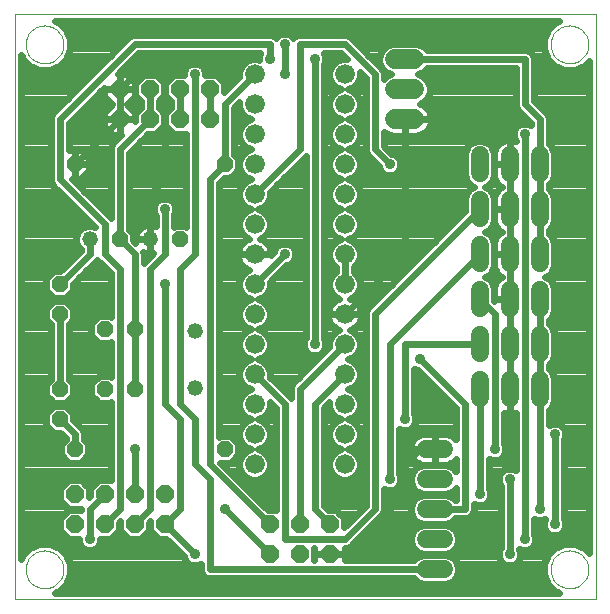
<source format=gtl>
G75*
%MOIN*%
%OFA0B0*%
%FSLAX24Y24*%
%IPPOS*%
%LPD*%
%AMOC8*
5,1,8,0,0,1.08239X$1,22.5*
%
%ADD10C,0.0000*%
%ADD11C,0.0660*%
%ADD12C,0.0520*%
%ADD13OC8,0.0520*%
%ADD14OC8,0.0600*%
%ADD15C,0.0600*%
%ADD16C,0.0660*%
%ADD17C,0.0240*%
%ADD18C,0.0360*%
D10*
X000220Y002000D02*
X000220Y021496D01*
X019590Y021496D01*
X019590Y002000D01*
X000220Y002000D01*
X000590Y003000D02*
X000592Y003050D01*
X000598Y003100D01*
X000608Y003149D01*
X000622Y003197D01*
X000639Y003244D01*
X000660Y003289D01*
X000685Y003333D01*
X000713Y003374D01*
X000745Y003413D01*
X000779Y003450D01*
X000816Y003484D01*
X000856Y003514D01*
X000898Y003541D01*
X000942Y003565D01*
X000988Y003586D01*
X001035Y003602D01*
X001083Y003615D01*
X001133Y003624D01*
X001182Y003629D01*
X001233Y003630D01*
X001283Y003627D01*
X001332Y003620D01*
X001381Y003609D01*
X001429Y003594D01*
X001475Y003576D01*
X001520Y003554D01*
X001563Y003528D01*
X001604Y003499D01*
X001643Y003467D01*
X001679Y003432D01*
X001711Y003394D01*
X001741Y003354D01*
X001768Y003311D01*
X001791Y003267D01*
X001810Y003221D01*
X001826Y003173D01*
X001838Y003124D01*
X001846Y003075D01*
X001850Y003025D01*
X001850Y002975D01*
X001846Y002925D01*
X001838Y002876D01*
X001826Y002827D01*
X001810Y002779D01*
X001791Y002733D01*
X001768Y002689D01*
X001741Y002646D01*
X001711Y002606D01*
X001679Y002568D01*
X001643Y002533D01*
X001604Y002501D01*
X001563Y002472D01*
X001520Y002446D01*
X001475Y002424D01*
X001429Y002406D01*
X001381Y002391D01*
X001332Y002380D01*
X001283Y002373D01*
X001233Y002370D01*
X001182Y002371D01*
X001133Y002376D01*
X001083Y002385D01*
X001035Y002398D01*
X000988Y002414D01*
X000942Y002435D01*
X000898Y002459D01*
X000856Y002486D01*
X000816Y002516D01*
X000779Y002550D01*
X000745Y002587D01*
X000713Y002626D01*
X000685Y002667D01*
X000660Y002711D01*
X000639Y002756D01*
X000622Y002803D01*
X000608Y002851D01*
X000598Y002900D01*
X000592Y002950D01*
X000590Y003000D01*
X000590Y020500D02*
X000592Y020550D01*
X000598Y020600D01*
X000608Y020649D01*
X000622Y020697D01*
X000639Y020744D01*
X000660Y020789D01*
X000685Y020833D01*
X000713Y020874D01*
X000745Y020913D01*
X000779Y020950D01*
X000816Y020984D01*
X000856Y021014D01*
X000898Y021041D01*
X000942Y021065D01*
X000988Y021086D01*
X001035Y021102D01*
X001083Y021115D01*
X001133Y021124D01*
X001182Y021129D01*
X001233Y021130D01*
X001283Y021127D01*
X001332Y021120D01*
X001381Y021109D01*
X001429Y021094D01*
X001475Y021076D01*
X001520Y021054D01*
X001563Y021028D01*
X001604Y020999D01*
X001643Y020967D01*
X001679Y020932D01*
X001711Y020894D01*
X001741Y020854D01*
X001768Y020811D01*
X001791Y020767D01*
X001810Y020721D01*
X001826Y020673D01*
X001838Y020624D01*
X001846Y020575D01*
X001850Y020525D01*
X001850Y020475D01*
X001846Y020425D01*
X001838Y020376D01*
X001826Y020327D01*
X001810Y020279D01*
X001791Y020233D01*
X001768Y020189D01*
X001741Y020146D01*
X001711Y020106D01*
X001679Y020068D01*
X001643Y020033D01*
X001604Y020001D01*
X001563Y019972D01*
X001520Y019946D01*
X001475Y019924D01*
X001429Y019906D01*
X001381Y019891D01*
X001332Y019880D01*
X001283Y019873D01*
X001233Y019870D01*
X001182Y019871D01*
X001133Y019876D01*
X001083Y019885D01*
X001035Y019898D01*
X000988Y019914D01*
X000942Y019935D01*
X000898Y019959D01*
X000856Y019986D01*
X000816Y020016D01*
X000779Y020050D01*
X000745Y020087D01*
X000713Y020126D01*
X000685Y020167D01*
X000660Y020211D01*
X000639Y020256D01*
X000622Y020303D01*
X000608Y020351D01*
X000598Y020400D01*
X000592Y020450D01*
X000590Y020500D01*
X018090Y020500D02*
X018092Y020550D01*
X018098Y020600D01*
X018108Y020649D01*
X018122Y020697D01*
X018139Y020744D01*
X018160Y020789D01*
X018185Y020833D01*
X018213Y020874D01*
X018245Y020913D01*
X018279Y020950D01*
X018316Y020984D01*
X018356Y021014D01*
X018398Y021041D01*
X018442Y021065D01*
X018488Y021086D01*
X018535Y021102D01*
X018583Y021115D01*
X018633Y021124D01*
X018682Y021129D01*
X018733Y021130D01*
X018783Y021127D01*
X018832Y021120D01*
X018881Y021109D01*
X018929Y021094D01*
X018975Y021076D01*
X019020Y021054D01*
X019063Y021028D01*
X019104Y020999D01*
X019143Y020967D01*
X019179Y020932D01*
X019211Y020894D01*
X019241Y020854D01*
X019268Y020811D01*
X019291Y020767D01*
X019310Y020721D01*
X019326Y020673D01*
X019338Y020624D01*
X019346Y020575D01*
X019350Y020525D01*
X019350Y020475D01*
X019346Y020425D01*
X019338Y020376D01*
X019326Y020327D01*
X019310Y020279D01*
X019291Y020233D01*
X019268Y020189D01*
X019241Y020146D01*
X019211Y020106D01*
X019179Y020068D01*
X019143Y020033D01*
X019104Y020001D01*
X019063Y019972D01*
X019020Y019946D01*
X018975Y019924D01*
X018929Y019906D01*
X018881Y019891D01*
X018832Y019880D01*
X018783Y019873D01*
X018733Y019870D01*
X018682Y019871D01*
X018633Y019876D01*
X018583Y019885D01*
X018535Y019898D01*
X018488Y019914D01*
X018442Y019935D01*
X018398Y019959D01*
X018356Y019986D01*
X018316Y020016D01*
X018279Y020050D01*
X018245Y020087D01*
X018213Y020126D01*
X018185Y020167D01*
X018160Y020211D01*
X018139Y020256D01*
X018122Y020303D01*
X018108Y020351D01*
X018098Y020400D01*
X018092Y020450D01*
X018090Y020500D01*
X018090Y003000D02*
X018092Y003050D01*
X018098Y003100D01*
X018108Y003149D01*
X018122Y003197D01*
X018139Y003244D01*
X018160Y003289D01*
X018185Y003333D01*
X018213Y003374D01*
X018245Y003413D01*
X018279Y003450D01*
X018316Y003484D01*
X018356Y003514D01*
X018398Y003541D01*
X018442Y003565D01*
X018488Y003586D01*
X018535Y003602D01*
X018583Y003615D01*
X018633Y003624D01*
X018682Y003629D01*
X018733Y003630D01*
X018783Y003627D01*
X018832Y003620D01*
X018881Y003609D01*
X018929Y003594D01*
X018975Y003576D01*
X019020Y003554D01*
X019063Y003528D01*
X019104Y003499D01*
X019143Y003467D01*
X019179Y003432D01*
X019211Y003394D01*
X019241Y003354D01*
X019268Y003311D01*
X019291Y003267D01*
X019310Y003221D01*
X019326Y003173D01*
X019338Y003124D01*
X019346Y003075D01*
X019350Y003025D01*
X019350Y002975D01*
X019346Y002925D01*
X019338Y002876D01*
X019326Y002827D01*
X019310Y002779D01*
X019291Y002733D01*
X019268Y002689D01*
X019241Y002646D01*
X019211Y002606D01*
X019179Y002568D01*
X019143Y002533D01*
X019104Y002501D01*
X019063Y002472D01*
X019020Y002446D01*
X018975Y002424D01*
X018929Y002406D01*
X018881Y002391D01*
X018832Y002380D01*
X018783Y002373D01*
X018733Y002370D01*
X018682Y002371D01*
X018633Y002376D01*
X018583Y002385D01*
X018535Y002398D01*
X018488Y002414D01*
X018442Y002435D01*
X018398Y002459D01*
X018356Y002486D01*
X018316Y002516D01*
X018279Y002550D01*
X018245Y002587D01*
X018213Y002626D01*
X018185Y002667D01*
X018160Y002711D01*
X018139Y002756D01*
X018122Y002803D01*
X018108Y002851D01*
X018098Y002900D01*
X018092Y002950D01*
X018090Y003000D01*
D11*
X011220Y006500D03*
X011220Y007500D03*
X011220Y008500D03*
X011220Y009500D03*
X011220Y010500D03*
X011220Y011500D03*
X011220Y012500D03*
X011220Y013500D03*
X011220Y014500D03*
X011220Y015500D03*
X011220Y016500D03*
X011220Y017500D03*
X011220Y018500D03*
X011220Y019500D03*
X008220Y019500D03*
X008220Y018500D03*
X008220Y017500D03*
X008220Y016500D03*
X008220Y015500D03*
X008220Y014500D03*
X008220Y013500D03*
X008220Y012500D03*
X008220Y011500D03*
X008220Y010500D03*
X008220Y009500D03*
X008220Y008500D03*
X008220Y007500D03*
X008220Y006500D03*
D12*
X006220Y009050D03*
X006220Y010950D03*
X004720Y014000D03*
X002720Y014000D03*
D13*
X003720Y014000D03*
X005720Y014000D03*
X007220Y016500D03*
X002220Y016500D03*
X001720Y012500D03*
X001720Y011500D03*
X003220Y011000D03*
X004220Y011000D03*
X004220Y009000D03*
X003220Y009000D03*
X001720Y009000D03*
X001720Y008000D03*
X002220Y007000D03*
X007220Y007000D03*
D14*
X005220Y005500D03*
X005220Y004500D03*
X004220Y004500D03*
X004220Y005500D03*
X003220Y005500D03*
X003220Y004500D03*
X002220Y004500D03*
X002220Y005500D03*
X008720Y004500D03*
X008720Y003500D03*
X009720Y003500D03*
X010720Y003500D03*
X010720Y004500D03*
X009720Y004500D03*
X006720Y018000D03*
X006720Y019000D03*
X005720Y019000D03*
X005720Y018000D03*
X004720Y018000D03*
X003720Y018000D03*
X003720Y019000D03*
X004720Y019000D03*
D15*
X015720Y016800D02*
X015720Y016200D01*
X015720Y015300D02*
X015720Y014700D01*
X015720Y013800D02*
X015720Y013200D01*
X015720Y012300D02*
X015720Y011700D01*
X015720Y010800D02*
X015720Y010200D01*
X015720Y009300D02*
X015720Y008700D01*
X016720Y008700D02*
X016720Y009300D01*
X016720Y010200D02*
X016720Y010800D01*
X016720Y011700D02*
X016720Y012300D01*
X016720Y013200D02*
X016720Y013800D01*
X016720Y014700D02*
X016720Y015300D01*
X016720Y016200D02*
X016720Y016800D01*
X017720Y016800D02*
X017720Y016200D01*
X017720Y015300D02*
X017720Y014700D01*
X017720Y013800D02*
X017720Y013200D01*
X017720Y012300D02*
X017720Y011700D01*
X017720Y010800D02*
X017720Y010200D01*
X017720Y009300D02*
X017720Y008700D01*
X014520Y007000D02*
X013920Y007000D01*
X013920Y006000D02*
X014520Y006000D01*
X014520Y005000D02*
X013920Y005000D01*
X013920Y004000D02*
X014520Y004000D01*
X014520Y003000D02*
X013920Y003000D01*
D16*
X013550Y018000D02*
X012890Y018000D01*
X012890Y019000D02*
X013550Y019000D01*
X013550Y020000D02*
X012890Y020000D01*
D17*
X013220Y020000D02*
X017220Y020000D01*
X017220Y018500D01*
X017720Y018000D01*
X017720Y016500D01*
X017720Y015000D01*
X017720Y013500D01*
X018200Y013448D02*
X019370Y013448D01*
X019370Y013210D02*
X018200Y013210D01*
X018200Y013105D02*
X018200Y013895D01*
X018127Y014072D01*
X018020Y014179D01*
X018020Y014321D01*
X018127Y014428D01*
X018200Y014605D01*
X018200Y015395D01*
X018127Y015572D01*
X018020Y015679D01*
X018020Y015821D01*
X018127Y015928D01*
X018200Y016105D01*
X018200Y016895D01*
X018127Y017072D01*
X018020Y017179D01*
X018020Y018060D01*
X017974Y018170D01*
X017890Y018254D01*
X017520Y018624D01*
X017520Y020060D01*
X017474Y020170D01*
X017390Y020254D01*
X017280Y020300D01*
X013971Y020300D01*
X013839Y020432D01*
X013651Y020510D01*
X012789Y020510D01*
X012601Y020432D01*
X012458Y020289D01*
X012380Y020101D01*
X012380Y019899D01*
X012458Y019711D01*
X012601Y019568D01*
X012764Y019500D01*
X012601Y019432D01*
X012520Y019351D01*
X012520Y019560D01*
X012474Y019670D01*
X011474Y020670D01*
X011390Y020754D01*
X011280Y020800D01*
X009660Y020800D01*
X009550Y020754D01*
X009512Y020717D01*
X009424Y020805D01*
X009292Y020860D01*
X009148Y020860D01*
X009016Y020805D01*
X008928Y020717D01*
X008890Y020754D01*
X008780Y020800D01*
X004160Y020800D01*
X004050Y020754D01*
X003966Y020670D01*
X001466Y018170D01*
X001420Y018060D01*
X001420Y015940D01*
X001466Y015830D01*
X001550Y015746D01*
X002890Y014406D01*
X002808Y014440D01*
X002632Y014440D01*
X002471Y014373D01*
X002347Y014249D01*
X002280Y014088D01*
X002280Y013912D01*
X002347Y013751D01*
X002420Y013678D01*
X002420Y013624D01*
X001736Y012940D01*
X001538Y012940D01*
X001280Y012682D01*
X001280Y012318D01*
X001538Y012060D01*
X001902Y012060D01*
X002160Y012318D01*
X002160Y012516D01*
X002890Y013246D01*
X002970Y013326D01*
X003050Y013246D01*
X003420Y012876D01*
X003420Y011422D01*
X003402Y011440D01*
X003038Y011440D01*
X002780Y011182D01*
X002780Y010818D01*
X003038Y010560D01*
X003402Y010560D01*
X003420Y010578D01*
X003420Y009422D01*
X003402Y009440D01*
X003038Y009440D01*
X002780Y009182D01*
X002780Y008818D01*
X003038Y008560D01*
X003402Y008560D01*
X003420Y008578D01*
X003420Y005979D01*
X003419Y005980D01*
X003021Y005980D01*
X002740Y005699D01*
X002740Y005444D01*
X002700Y005404D01*
X002700Y005699D01*
X002419Y005980D01*
X002021Y005980D01*
X001740Y005699D01*
X001740Y005301D01*
X002021Y005020D01*
X002419Y005020D01*
X002420Y005021D01*
X002420Y004979D01*
X002419Y004980D01*
X002021Y004980D01*
X001740Y004699D01*
X001740Y004301D01*
X002021Y004020D01*
X002360Y004020D01*
X002360Y003928D01*
X002415Y003796D01*
X002516Y003695D01*
X002648Y003640D01*
X002792Y003640D01*
X002924Y003695D01*
X003025Y003796D01*
X003080Y003928D01*
X003080Y004020D01*
X003419Y004020D01*
X003700Y004301D01*
X003700Y004556D01*
X003740Y004596D01*
X003740Y004301D01*
X004021Y004020D01*
X004419Y004020D01*
X004700Y004301D01*
X004700Y004556D01*
X004740Y004596D01*
X004740Y004301D01*
X005021Y004020D01*
X005276Y004020D01*
X005860Y003436D01*
X005860Y003428D01*
X005915Y003296D01*
X006016Y003195D01*
X006148Y003140D01*
X006292Y003140D01*
X006420Y003193D01*
X006420Y002940D01*
X006466Y002830D01*
X006550Y002746D01*
X006660Y002700D01*
X013541Y002700D01*
X013648Y002593D01*
X013825Y002520D01*
X014615Y002520D01*
X014792Y002593D01*
X014927Y002728D01*
X015000Y002905D01*
X015000Y003095D01*
X014927Y003272D01*
X014792Y003407D01*
X014615Y003480D01*
X013825Y003480D01*
X013648Y003407D01*
X013541Y003300D01*
X011240Y003300D01*
X011240Y003500D01*
X011240Y003700D01*
X011280Y003700D01*
X011390Y003746D01*
X012474Y004830D01*
X012520Y004940D01*
X012520Y005693D01*
X012648Y005640D01*
X012792Y005640D01*
X012924Y005695D01*
X013025Y005796D01*
X013080Y005928D01*
X013080Y006072D01*
X013025Y006204D01*
X013020Y006209D01*
X013020Y007693D01*
X013148Y007640D01*
X013292Y007640D01*
X013424Y007695D01*
X013525Y007796D01*
X013580Y007928D01*
X013580Y008072D01*
X013525Y008204D01*
X013520Y008209D01*
X013520Y009693D01*
X013648Y009640D01*
X013656Y009640D01*
X014920Y008376D01*
X014920Y007334D01*
X014917Y007339D01*
X014859Y007397D01*
X014793Y007445D01*
X014720Y007482D01*
X014642Y007507D01*
X014561Y007520D01*
X014220Y007520D01*
X014220Y007000D01*
X013720Y007000D01*
X013220Y006500D01*
X013220Y005500D01*
X012720Y005000D01*
X012720Y003500D01*
X010720Y003500D01*
X011240Y003500D01*
X010720Y003500D01*
X010720Y003500D01*
X010720Y003500D01*
X010200Y003500D01*
X010200Y003700D01*
X010199Y003700D01*
X010200Y003699D01*
X010200Y003301D01*
X010199Y003300D01*
X010200Y003300D01*
X010200Y003500D01*
X010720Y003500D01*
X010200Y003670D02*
X010200Y003670D01*
X009720Y004500D02*
X009720Y009000D01*
X011220Y010500D01*
X011044Y010979D02*
X010931Y010932D01*
X010788Y010789D01*
X010710Y010601D01*
X010710Y010414D01*
X009550Y009254D01*
X009466Y009170D01*
X009420Y009060D01*
X009420Y008724D01*
X008730Y009414D01*
X008730Y009601D01*
X008652Y009789D01*
X008509Y009932D01*
X008346Y010000D01*
X008509Y010068D01*
X008652Y010211D01*
X008730Y010399D01*
X008730Y010601D01*
X008652Y010789D01*
X008509Y010932D01*
X008346Y011000D01*
X008509Y011068D01*
X008652Y011211D01*
X008730Y011399D01*
X008730Y011601D01*
X008652Y011789D01*
X008509Y011932D01*
X008346Y012000D01*
X008509Y012068D01*
X008652Y012211D01*
X008730Y012399D01*
X008730Y012586D01*
X009284Y013140D01*
X009292Y013140D01*
X009424Y013195D01*
X009525Y013296D01*
X009580Y013428D01*
X009580Y013572D01*
X009525Y013704D01*
X009424Y013805D01*
X009292Y013860D01*
X009148Y013860D01*
X009016Y013805D01*
X008915Y013704D01*
X008860Y013572D01*
X008860Y013564D01*
X008770Y013474D01*
X008770Y013500D01*
X008770Y013543D01*
X008756Y013629D01*
X008730Y013711D01*
X008690Y013788D01*
X008640Y013858D01*
X008578Y013920D01*
X008508Y013970D01*
X008431Y014010D01*
X008396Y014021D01*
X008509Y014068D01*
X008652Y014211D01*
X008730Y014399D01*
X008730Y014601D01*
X008652Y014789D01*
X008509Y014932D01*
X008346Y015000D01*
X008509Y015068D01*
X008652Y015211D01*
X008730Y015399D01*
X008730Y015586D01*
X009920Y016776D01*
X009920Y010709D01*
X009915Y010704D01*
X009860Y010572D01*
X009860Y010428D01*
X009915Y010296D01*
X010016Y010195D01*
X010148Y010140D01*
X010292Y010140D01*
X010424Y010195D01*
X010525Y010296D01*
X010580Y010428D01*
X010580Y010572D01*
X010525Y010704D01*
X010520Y010709D01*
X010520Y019791D01*
X010525Y019796D01*
X010580Y019928D01*
X010580Y020072D01*
X010527Y020200D01*
X011096Y020200D01*
X011286Y020010D01*
X011119Y020010D01*
X010931Y019932D01*
X010788Y019789D01*
X010710Y019601D01*
X010710Y019399D01*
X010788Y019211D01*
X010931Y019068D01*
X011094Y019000D01*
X010931Y018932D01*
X010788Y018789D01*
X010710Y018601D01*
X010710Y018399D01*
X010788Y018211D01*
X010931Y018068D01*
X011094Y018000D01*
X010931Y017932D01*
X010788Y017789D01*
X010710Y017601D01*
X010710Y017399D01*
X010788Y017211D01*
X010931Y017068D01*
X011094Y017000D01*
X010931Y016932D01*
X010788Y016789D01*
X010710Y016601D01*
X010710Y016399D01*
X010788Y016211D01*
X010931Y016068D01*
X011094Y016000D01*
X010931Y015932D01*
X010788Y015789D01*
X010710Y015601D01*
X010710Y015399D01*
X010788Y015211D01*
X010931Y015068D01*
X011094Y015000D01*
X010931Y014932D01*
X010788Y014789D01*
X010710Y014601D01*
X010710Y014399D01*
X010788Y014211D01*
X010931Y014068D01*
X011094Y014000D01*
X010931Y013932D01*
X010788Y013789D01*
X010710Y013601D01*
X010710Y013399D01*
X010788Y013211D01*
X010920Y013079D01*
X010920Y012921D01*
X010788Y012789D01*
X010710Y012601D01*
X010710Y012399D01*
X010788Y012211D01*
X010931Y012068D01*
X011044Y012021D01*
X011009Y012010D01*
X010932Y011970D01*
X010862Y011920D01*
X010800Y011858D01*
X010750Y011788D01*
X010710Y011711D01*
X010684Y011629D01*
X010670Y011543D01*
X010670Y011500D01*
X011220Y011500D01*
X013220Y013500D01*
X013220Y018000D01*
X015220Y018000D01*
X015220Y018500D01*
X016720Y018500D01*
X016720Y016500D01*
X016720Y015000D01*
X016720Y013500D01*
X016720Y012000D01*
X016720Y010500D01*
X016720Y009000D01*
X016720Y007500D01*
X016520Y007486D02*
X016920Y007486D01*
X016920Y007724D02*
X016520Y007724D01*
X016520Y007963D02*
X016920Y007963D01*
X016920Y008201D02*
X016867Y008201D01*
X016842Y008193D02*
X016920Y008218D01*
X016920Y006307D01*
X016792Y006360D01*
X016648Y006360D01*
X016516Y006305D01*
X016415Y006204D01*
X016360Y006072D01*
X016360Y005928D01*
X016415Y005796D01*
X016420Y005791D01*
X016420Y003709D01*
X016415Y003704D01*
X016360Y003572D01*
X016360Y003428D01*
X016415Y003296D01*
X016516Y003195D01*
X016648Y003140D01*
X016792Y003140D01*
X016924Y003195D01*
X017025Y003296D01*
X017080Y003428D01*
X017080Y003572D01*
X017032Y003688D01*
X017148Y003640D01*
X017292Y003640D01*
X017424Y003695D01*
X017525Y003796D01*
X017580Y003928D01*
X017580Y004072D01*
X017525Y004204D01*
X017520Y004209D01*
X017520Y004693D01*
X017648Y004640D01*
X017792Y004640D01*
X017908Y004688D01*
X017860Y004572D01*
X017860Y004428D01*
X017915Y004296D01*
X018016Y004195D01*
X018148Y004140D01*
X018292Y004140D01*
X018424Y004195D01*
X018525Y004296D01*
X018580Y004428D01*
X018580Y004572D01*
X018525Y004704D01*
X018520Y004709D01*
X018520Y007291D01*
X018525Y007296D01*
X018580Y007428D01*
X018580Y007572D01*
X018525Y007704D01*
X018424Y007805D01*
X018292Y007860D01*
X018148Y007860D01*
X018020Y007807D01*
X018020Y008321D01*
X018127Y008428D01*
X018200Y008605D01*
X018200Y009395D01*
X018127Y009572D01*
X018020Y009679D01*
X018020Y009821D01*
X018127Y009928D01*
X018200Y010105D01*
X018200Y010895D01*
X018127Y011072D01*
X018020Y011179D01*
X018020Y011321D01*
X018127Y011428D01*
X018200Y011605D01*
X018200Y012395D01*
X018127Y012572D01*
X017992Y012707D01*
X017888Y012750D01*
X017992Y012793D01*
X018127Y012928D01*
X018200Y013105D01*
X018145Y012971D02*
X019370Y012971D01*
X019370Y012733D02*
X017930Y012733D01*
X018159Y012494D02*
X019370Y012494D01*
X019370Y012256D02*
X018200Y012256D01*
X018200Y012017D02*
X019370Y012017D01*
X019370Y011779D02*
X018200Y011779D01*
X018173Y011540D02*
X019370Y011540D01*
X019370Y011302D02*
X018020Y011302D01*
X018131Y011063D02*
X019370Y011063D01*
X019370Y010825D02*
X018200Y010825D01*
X018200Y010586D02*
X019370Y010586D01*
X019370Y010348D02*
X018200Y010348D01*
X018200Y010109D02*
X019370Y010109D01*
X019370Y009871D02*
X018069Y009871D01*
X018067Y009632D02*
X019370Y009632D01*
X019370Y009394D02*
X018200Y009394D01*
X018200Y009155D02*
X019370Y009155D01*
X019370Y008917D02*
X018200Y008917D01*
X018200Y008678D02*
X019370Y008678D01*
X019370Y008440D02*
X018132Y008440D01*
X018020Y008201D02*
X019370Y008201D01*
X019370Y007963D02*
X018020Y007963D01*
X018220Y007500D02*
X018220Y004500D01*
X018559Y004624D02*
X019370Y004624D01*
X019370Y004862D02*
X018520Y004862D01*
X018520Y005101D02*
X019370Y005101D01*
X019370Y005339D02*
X018520Y005339D01*
X018520Y005578D02*
X019370Y005578D01*
X019370Y005816D02*
X018520Y005816D01*
X018520Y006055D02*
X019370Y006055D01*
X019370Y006293D02*
X018520Y006293D01*
X018520Y006532D02*
X019370Y006532D01*
X019370Y006770D02*
X018520Y006770D01*
X018520Y007009D02*
X019370Y007009D01*
X019370Y007247D02*
X018520Y007247D01*
X018580Y007486D02*
X019370Y007486D01*
X019370Y007724D02*
X018505Y007724D01*
X017720Y009000D02*
X017720Y010500D01*
X017720Y012000D01*
X016720Y012000D02*
X016720Y012000D01*
X016720Y013500D01*
X016720Y013500D01*
X016720Y015000D01*
X016720Y015000D01*
X016720Y016500D01*
X016720Y016500D01*
X016720Y017320D01*
X016761Y017320D01*
X016842Y017307D01*
X016920Y017282D01*
X016920Y017282D01*
X016920Y017291D01*
X016915Y017296D01*
X016860Y017428D01*
X016860Y017572D01*
X016915Y017704D01*
X017016Y017805D01*
X017148Y017860D01*
X017292Y017860D01*
X017420Y017807D01*
X017420Y017876D01*
X016966Y018330D01*
X016920Y018440D01*
X016920Y019700D01*
X013971Y019700D01*
X013839Y019568D01*
X013676Y019500D01*
X013839Y019432D01*
X013982Y019289D01*
X014060Y019101D01*
X014060Y018899D01*
X013982Y018711D01*
X013839Y018568D01*
X013726Y018521D01*
X013761Y018510D01*
X013838Y018470D01*
X013908Y018420D01*
X013970Y018358D01*
X014020Y018288D01*
X014060Y018211D01*
X014086Y018129D01*
X014100Y018043D01*
X014100Y018000D01*
X013220Y018000D01*
X013220Y018000D01*
X014100Y018000D01*
X014100Y017957D01*
X014086Y017871D01*
X014060Y017789D01*
X014020Y017712D01*
X013970Y017642D01*
X013908Y017580D01*
X013838Y017530D01*
X013761Y017490D01*
X013679Y017464D01*
X013593Y017450D01*
X013220Y017450D01*
X013220Y018000D01*
X013220Y018000D01*
X013220Y017450D01*
X012847Y017450D01*
X012761Y017464D01*
X012679Y017490D01*
X012602Y017530D01*
X012532Y017580D01*
X012520Y017592D01*
X012520Y017124D01*
X012784Y016860D01*
X012792Y016860D01*
X012924Y016805D01*
X013025Y016704D01*
X013080Y016572D01*
X013080Y016428D01*
X013025Y016296D01*
X012924Y016195D01*
X012792Y016140D01*
X012648Y016140D01*
X012516Y016195D01*
X012415Y016296D01*
X012360Y016428D01*
X012360Y016436D01*
X012050Y016746D01*
X011966Y016830D01*
X011920Y016940D01*
X011920Y019376D01*
X011730Y019566D01*
X011730Y019399D01*
X011652Y019211D01*
X011509Y019068D01*
X011346Y019000D01*
X011509Y018932D01*
X011652Y018789D01*
X011730Y018601D01*
X011730Y018399D01*
X011652Y018211D01*
X011509Y018068D01*
X011346Y018000D01*
X011509Y017932D01*
X011652Y017789D01*
X011730Y017601D01*
X011730Y017399D01*
X011652Y017211D01*
X011509Y017068D01*
X011346Y017000D01*
X011509Y016932D01*
X011652Y016789D01*
X011730Y016601D01*
X011730Y016399D01*
X011652Y016211D01*
X011509Y016068D01*
X011346Y016000D01*
X011509Y015932D01*
X011652Y015789D01*
X011730Y015601D01*
X011730Y015399D01*
X011652Y015211D01*
X011509Y015068D01*
X011346Y015000D01*
X011509Y014932D01*
X011652Y014789D01*
X011730Y014601D01*
X011730Y014399D01*
X011652Y014211D01*
X011509Y014068D01*
X011346Y014000D01*
X011509Y013932D01*
X011652Y013789D01*
X011730Y013601D01*
X011730Y013399D01*
X011652Y013211D01*
X011520Y013079D01*
X011520Y012921D01*
X011652Y012789D01*
X011730Y012601D01*
X011730Y012399D01*
X011652Y012211D01*
X011509Y012068D01*
X011396Y012021D01*
X011431Y012010D01*
X011508Y011970D01*
X011578Y011920D01*
X011640Y011858D01*
X011690Y011788D01*
X011730Y011711D01*
X011756Y011629D01*
X011770Y011543D01*
X011770Y011500D01*
X011220Y011500D01*
X011220Y011500D01*
X011770Y011500D01*
X011770Y011457D01*
X011756Y011371D01*
X011730Y011289D01*
X011690Y011212D01*
X011640Y011142D01*
X011578Y011080D01*
X011508Y011030D01*
X011431Y010990D01*
X011396Y010979D01*
X011509Y010932D01*
X011652Y010789D01*
X011730Y010601D01*
X011730Y010399D01*
X011652Y010211D01*
X011509Y010068D01*
X011346Y010000D01*
X011509Y009932D01*
X011652Y009789D01*
X011730Y009601D01*
X011730Y009399D01*
X011652Y009211D01*
X011509Y009068D01*
X011346Y009000D01*
X011509Y008932D01*
X011652Y008789D01*
X011730Y008601D01*
X011730Y008399D01*
X011652Y008211D01*
X011509Y008068D01*
X011346Y008000D01*
X011509Y007932D01*
X011652Y007789D01*
X011730Y007601D01*
X011730Y007399D01*
X011652Y007211D01*
X011509Y007068D01*
X011346Y007000D01*
X011509Y006932D01*
X011652Y006789D01*
X011730Y006601D01*
X011730Y006399D01*
X011652Y006211D01*
X011509Y006068D01*
X011321Y005990D01*
X011119Y005990D01*
X010931Y006068D01*
X010788Y006211D01*
X010710Y006399D01*
X010710Y006601D01*
X010788Y006789D01*
X010931Y006932D01*
X011094Y007000D01*
X010931Y007068D01*
X010788Y007211D01*
X010710Y007399D01*
X010710Y007601D01*
X010788Y007789D01*
X010931Y007932D01*
X011094Y008000D01*
X010931Y008068D01*
X010788Y008211D01*
X010710Y008399D01*
X010710Y008566D01*
X010520Y008376D01*
X010520Y005124D01*
X010664Y004980D01*
X010919Y004980D01*
X011200Y004699D01*
X011200Y004404D01*
X011920Y005124D01*
X011920Y011560D01*
X011966Y011670D01*
X012050Y011754D01*
X015240Y014944D01*
X015240Y015395D01*
X015313Y015572D01*
X015448Y015707D01*
X015552Y015750D01*
X015448Y015793D01*
X015313Y015928D01*
X015240Y016105D01*
X015240Y016895D01*
X015313Y017072D01*
X015448Y017207D01*
X015625Y017280D01*
X015815Y017280D01*
X015992Y017207D01*
X016127Y017072D01*
X016200Y016895D01*
X016200Y016105D01*
X016127Y015928D01*
X015992Y015793D01*
X015888Y015750D01*
X015992Y015707D01*
X016127Y015572D01*
X016200Y015395D01*
X016200Y014605D01*
X016127Y014428D01*
X015992Y014293D01*
X015888Y014250D01*
X015992Y014207D01*
X016127Y014072D01*
X016200Y013895D01*
X016200Y013105D01*
X016127Y012928D01*
X015992Y012793D01*
X015888Y012750D01*
X015992Y012707D01*
X016127Y012572D01*
X016200Y012395D01*
X016200Y011944D01*
X016200Y011944D01*
X016200Y012000D01*
X016720Y012000D01*
X016720Y012000D01*
X016720Y012820D01*
X016720Y013500D01*
X016720Y013500D01*
X016200Y013500D01*
X016200Y013841D01*
X016213Y013922D01*
X016238Y014000D01*
X016275Y014073D01*
X016323Y014139D01*
X016381Y014197D01*
X016447Y014245D01*
X016458Y014250D01*
X016447Y014255D01*
X016381Y014303D01*
X016323Y014361D01*
X016275Y014427D01*
X016238Y014500D01*
X016213Y014578D01*
X016200Y014659D01*
X016200Y015000D01*
X016720Y015000D01*
X016720Y015000D01*
X016720Y015820D01*
X016720Y016500D01*
X016720Y016500D01*
X016200Y016500D01*
X016200Y016841D01*
X016213Y016922D01*
X016238Y017000D01*
X016275Y017073D01*
X016323Y017139D01*
X016381Y017197D01*
X016447Y017245D01*
X016520Y017282D01*
X016598Y017307D01*
X016679Y017320D01*
X016720Y017320D01*
X016720Y016500D01*
X016720Y016500D01*
X016200Y016500D01*
X016200Y016159D01*
X016213Y016078D01*
X016238Y016000D01*
X016275Y015927D01*
X016323Y015861D01*
X016381Y015803D01*
X016447Y015755D01*
X016458Y015750D01*
X016447Y015745D01*
X016381Y015697D01*
X016323Y015639D01*
X016275Y015573D01*
X016238Y015500D01*
X016213Y015422D01*
X016200Y015341D01*
X016200Y015000D01*
X016720Y015000D01*
X016720Y015000D01*
X016720Y014320D01*
X016720Y013500D01*
X016720Y013500D01*
X016200Y013500D01*
X016200Y013159D01*
X016213Y013078D01*
X016238Y013000D01*
X016275Y012927D01*
X016323Y012861D01*
X016381Y012803D01*
X016447Y012755D01*
X016458Y012750D01*
X016447Y012745D01*
X016381Y012697D01*
X016323Y012639D01*
X016275Y012573D01*
X016238Y012500D01*
X016213Y012422D01*
X016200Y012341D01*
X016200Y012000D01*
X016720Y012000D01*
X016720Y010500D01*
X016720Y010500D01*
X016720Y009000D01*
X016720Y009000D01*
X016720Y008180D01*
X016761Y008180D01*
X016842Y008193D01*
X016920Y008218D02*
X016920Y008218D01*
X016720Y008201D02*
X016720Y008201D01*
X016720Y008180D02*
X016720Y009000D01*
X016720Y009000D01*
X016720Y009820D01*
X016720Y010500D01*
X016720Y010500D01*
X016720Y011180D01*
X016720Y012000D01*
X016720Y012000D01*
X016720Y012017D02*
X016720Y012017D01*
X016720Y011779D02*
X016720Y011779D01*
X016720Y011540D02*
X016720Y011540D01*
X016720Y011302D02*
X016720Y011302D01*
X016720Y011063D02*
X016720Y011063D01*
X016720Y010825D02*
X016720Y010825D01*
X016720Y010586D02*
X016720Y010586D01*
X016720Y010348D02*
X016720Y010348D01*
X016720Y010109D02*
X016720Y010109D01*
X016720Y009871D02*
X016720Y009871D01*
X016720Y009632D02*
X016720Y009632D01*
X016720Y009394D02*
X016720Y009394D01*
X016720Y009155D02*
X016720Y009155D01*
X016720Y008917D02*
X016720Y008917D01*
X016720Y008678D02*
X016720Y008678D01*
X016720Y008440D02*
X016720Y008440D01*
X016720Y008180D02*
X016679Y008180D01*
X016598Y008193D01*
X016520Y008218D01*
X016520Y008218D01*
X016520Y007209D01*
X016525Y007204D01*
X016580Y007072D01*
X016580Y006928D01*
X016525Y006796D01*
X016424Y006695D01*
X016292Y006640D01*
X016148Y006640D01*
X016020Y006693D01*
X016020Y005709D01*
X016025Y005704D01*
X016080Y005572D01*
X016080Y005428D01*
X016025Y005296D01*
X015924Y005195D01*
X015792Y005140D01*
X015648Y005140D01*
X015520Y005193D01*
X015520Y004940D01*
X015474Y004830D01*
X015390Y004746D01*
X015280Y004700D01*
X014899Y004700D01*
X014792Y004593D01*
X014615Y004520D01*
X013825Y004520D01*
X013648Y004593D01*
X013513Y004728D01*
X013440Y004905D01*
X013440Y005095D01*
X013513Y005272D01*
X013648Y005407D01*
X013825Y005480D01*
X014615Y005480D01*
X014792Y005407D01*
X014899Y005300D01*
X014920Y005300D01*
X014920Y005721D01*
X014792Y005593D01*
X014615Y005520D01*
X013825Y005520D01*
X013648Y005593D01*
X013513Y005728D01*
X013440Y005905D01*
X013440Y006095D01*
X013513Y006272D01*
X013648Y006407D01*
X013825Y006480D01*
X014615Y006480D01*
X014792Y006407D01*
X014920Y006279D01*
X014920Y006666D01*
X014917Y006661D01*
X014859Y006603D01*
X014793Y006555D01*
X014720Y006518D01*
X014642Y006493D01*
X014561Y006480D01*
X014220Y006480D01*
X014220Y007000D01*
X014220Y007000D01*
X014220Y007000D01*
X014220Y007000D01*
X013400Y007000D01*
X013400Y007041D01*
X013413Y007122D01*
X013438Y007200D01*
X013475Y007273D01*
X013523Y007339D01*
X013581Y007397D01*
X013647Y007445D01*
X013720Y007482D01*
X013798Y007507D01*
X013879Y007520D01*
X014220Y007520D01*
X014220Y007000D01*
X014220Y006480D01*
X013879Y006480D01*
X013798Y006493D01*
X013720Y006518D01*
X013647Y006555D01*
X013581Y006603D01*
X013523Y006661D01*
X013475Y006727D01*
X013438Y006800D01*
X013413Y006878D01*
X013400Y006959D01*
X013400Y007000D01*
X014220Y007000D01*
X014220Y007009D02*
X014220Y007009D01*
X014220Y007247D02*
X014220Y007247D01*
X014220Y007486D02*
X014220Y007486D01*
X013731Y007486D02*
X013020Y007486D01*
X013020Y007247D02*
X013462Y007247D01*
X013400Y007009D02*
X013020Y007009D01*
X013020Y006770D02*
X013454Y006770D01*
X013694Y006532D02*
X013020Y006532D01*
X013020Y006293D02*
X013534Y006293D01*
X013440Y006055D02*
X013080Y006055D01*
X013033Y005816D02*
X013477Y005816D01*
X013686Y005578D02*
X012520Y005578D01*
X012520Y005339D02*
X013580Y005339D01*
X013442Y005101D02*
X012520Y005101D01*
X012488Y004862D02*
X013458Y004862D01*
X013618Y004624D02*
X012268Y004624D01*
X012029Y004385D02*
X013626Y004385D01*
X013648Y004407D02*
X013513Y004272D01*
X013440Y004095D01*
X013440Y003905D01*
X013513Y003728D01*
X013648Y003593D01*
X013825Y003520D01*
X014615Y003520D01*
X014792Y003593D01*
X014927Y003728D01*
X015000Y003905D01*
X015000Y004095D01*
X014927Y004272D01*
X014792Y004407D01*
X014615Y004480D01*
X013825Y004480D01*
X013648Y004407D01*
X013461Y004147D02*
X011791Y004147D01*
X011552Y003908D02*
X013440Y003908D01*
X013572Y003670D02*
X011240Y003670D01*
X011240Y003431D02*
X013706Y003431D01*
X014220Y003000D02*
X006720Y003000D01*
X006720Y006000D01*
X006220Y006500D01*
X006220Y008000D01*
X005720Y008500D01*
X005720Y013000D01*
X006220Y013500D01*
X006220Y019500D01*
X005892Y019649D02*
X003793Y019649D01*
X003720Y019520D02*
X003720Y019000D01*
X004220Y019500D01*
X005220Y019500D01*
X005220Y016000D01*
X004720Y015500D01*
X004720Y014000D01*
X004720Y014000D01*
X004720Y014480D01*
X004758Y014480D01*
X004832Y014468D01*
X004904Y014445D01*
X004920Y014437D01*
X004920Y014791D01*
X004915Y014796D01*
X004860Y014928D01*
X004860Y015072D01*
X004915Y015204D01*
X005016Y015305D01*
X005148Y015360D01*
X005292Y015360D01*
X005424Y015305D01*
X005525Y015204D01*
X005580Y015072D01*
X005580Y014928D01*
X005525Y014796D01*
X005520Y014791D01*
X005520Y014422D01*
X005538Y014440D01*
X005902Y014440D01*
X005920Y014422D01*
X005920Y017521D01*
X005919Y017520D01*
X005521Y017520D01*
X005240Y017801D01*
X005240Y018199D01*
X005420Y018379D01*
X005420Y018621D01*
X005240Y018801D01*
X005240Y019199D01*
X005521Y019480D01*
X005860Y019480D01*
X005860Y019572D01*
X005915Y019704D01*
X006016Y019805D01*
X006148Y019860D01*
X006292Y019860D01*
X006424Y019805D01*
X006525Y019704D01*
X006580Y019572D01*
X006580Y019480D01*
X006919Y019480D01*
X007200Y019199D01*
X007200Y018904D01*
X007710Y019414D01*
X007710Y019601D01*
X007788Y019789D01*
X007931Y019932D01*
X008119Y020010D01*
X008321Y020010D01*
X008360Y019994D01*
X008360Y020072D01*
X008413Y020200D01*
X004344Y020200D01*
X003664Y019520D01*
X003720Y019520D01*
X003935Y019520D01*
X004240Y019215D01*
X004240Y019000D01*
X003720Y019000D01*
X003720Y018000D01*
X002220Y016500D01*
X002220Y016500D01*
X002220Y016980D01*
X002419Y016980D01*
X002700Y016699D01*
X002700Y016500D01*
X002220Y016500D01*
X002220Y016500D01*
X002220Y016980D01*
X002021Y016980D01*
X002020Y016979D01*
X002020Y017876D01*
X003200Y019056D01*
X003200Y019000D01*
X003720Y019000D01*
X003720Y019000D01*
X003720Y019000D01*
X003720Y018000D01*
X003720Y018000D01*
X004240Y018000D01*
X004240Y018215D01*
X003955Y018500D01*
X004240Y018785D01*
X004240Y019000D01*
X003720Y019000D01*
X003720Y019000D01*
X003720Y019520D01*
X003720Y019411D02*
X003720Y019411D01*
X003720Y019172D02*
X003720Y019172D01*
X003720Y019000D02*
X003720Y019000D01*
X003720Y018520D01*
X003720Y018000D01*
X003720Y018000D01*
X004240Y018000D01*
X004240Y017944D01*
X004240Y017944D01*
X004240Y018199D01*
X004420Y018379D01*
X004420Y018621D01*
X004240Y018801D01*
X004240Y019199D01*
X004521Y019480D01*
X004919Y019480D01*
X005200Y019199D01*
X005200Y018801D01*
X005020Y018621D01*
X005020Y018379D01*
X005200Y018199D01*
X005200Y017801D01*
X004919Y017520D01*
X004664Y017520D01*
X004020Y016876D01*
X004020Y014322D01*
X004160Y014182D01*
X004160Y013984D01*
X004251Y013893D01*
X004240Y013962D01*
X004240Y014000D01*
X004720Y014000D01*
X004720Y013520D01*
X004758Y013520D01*
X004827Y013531D01*
X004520Y013224D01*
X004520Y013560D01*
X004518Y013564D01*
X004536Y013555D01*
X004608Y013532D01*
X004682Y013520D01*
X004720Y013520D01*
X004720Y014000D01*
X004720Y014000D01*
X004720Y014000D01*
X004720Y014480D01*
X004682Y014480D01*
X004608Y014468D01*
X004536Y014445D01*
X004468Y014411D01*
X004407Y014366D01*
X004354Y014313D01*
X004309Y014252D01*
X004275Y014184D01*
X004252Y014112D01*
X004240Y014038D01*
X004240Y014000D01*
X004720Y014000D01*
X004720Y013925D02*
X004720Y013925D01*
X004720Y013687D02*
X004720Y013687D01*
X004744Y013448D02*
X004520Y013448D01*
X004220Y013500D02*
X004220Y011000D01*
X004220Y009000D01*
X003420Y008440D02*
X001903Y008440D01*
X001902Y008440D02*
X001538Y008440D01*
X001280Y008182D01*
X001280Y007818D01*
X001538Y007560D01*
X001736Y007560D01*
X001920Y007376D01*
X001920Y007322D01*
X001780Y007182D01*
X001780Y006818D01*
X002038Y006560D01*
X002402Y006560D01*
X002660Y006818D01*
X002660Y007182D01*
X002520Y007322D01*
X002520Y007560D01*
X002474Y007670D01*
X002390Y007754D01*
X002160Y007984D01*
X002160Y008182D01*
X001902Y008440D01*
X001902Y008560D02*
X001538Y008560D01*
X001280Y008818D01*
X001280Y009182D01*
X001420Y009322D01*
X001420Y011178D01*
X001280Y011318D01*
X001280Y011682D01*
X001538Y011940D01*
X001902Y011940D01*
X002160Y011682D01*
X002160Y011318D01*
X002020Y011178D01*
X002020Y009322D01*
X002160Y009182D01*
X002160Y008818D01*
X001902Y008560D01*
X002020Y008678D02*
X002920Y008678D01*
X002780Y008917D02*
X002160Y008917D01*
X002160Y009155D02*
X002780Y009155D01*
X002991Y009394D02*
X002020Y009394D01*
X002020Y009632D02*
X003420Y009632D01*
X003420Y009871D02*
X002020Y009871D01*
X002020Y010109D02*
X003420Y010109D01*
X003420Y010348D02*
X002020Y010348D01*
X002020Y010586D02*
X003012Y010586D01*
X002780Y010825D02*
X002020Y010825D01*
X002020Y011063D02*
X002780Y011063D01*
X002899Y011302D02*
X002144Y011302D01*
X002160Y011540D02*
X003420Y011540D01*
X003420Y011779D02*
X002064Y011779D01*
X001720Y011500D02*
X001720Y009000D01*
X001420Y008678D02*
X000440Y008678D01*
X000440Y008440D02*
X001537Y008440D01*
X001299Y008201D02*
X000440Y008201D01*
X000440Y007963D02*
X001280Y007963D01*
X001374Y007724D02*
X000440Y007724D01*
X000440Y007486D02*
X001810Y007486D01*
X001845Y007247D02*
X000440Y007247D01*
X000440Y007009D02*
X001780Y007009D01*
X001828Y006770D02*
X000440Y006770D01*
X000440Y006532D02*
X003420Y006532D01*
X003420Y006770D02*
X002612Y006770D01*
X002660Y007009D02*
X003420Y007009D01*
X003420Y007247D02*
X002595Y007247D01*
X002520Y007486D02*
X003420Y007486D01*
X003420Y007724D02*
X002420Y007724D01*
X002220Y007500D02*
X002220Y007000D01*
X002220Y007500D02*
X001720Y008000D01*
X002141Y008201D02*
X003420Y008201D01*
X003420Y007963D02*
X002182Y007963D01*
X001280Y008917D02*
X000440Y008917D01*
X000440Y009155D02*
X001280Y009155D01*
X001420Y009394D02*
X000440Y009394D01*
X000440Y009632D02*
X001420Y009632D01*
X001420Y009871D02*
X000440Y009871D01*
X000440Y010109D02*
X001420Y010109D01*
X001420Y010348D02*
X000440Y010348D01*
X000440Y010586D02*
X001420Y010586D01*
X001420Y010825D02*
X000440Y010825D01*
X000440Y011063D02*
X001420Y011063D01*
X001296Y011302D02*
X000440Y011302D01*
X000440Y011540D02*
X001280Y011540D01*
X001376Y011779D02*
X000440Y011779D01*
X000440Y012017D02*
X003420Y012017D01*
X003420Y012256D02*
X002098Y012256D01*
X002160Y012494D02*
X003420Y012494D01*
X003420Y012733D02*
X002377Y012733D01*
X002615Y012971D02*
X003325Y012971D01*
X003086Y013210D02*
X002854Y013210D01*
X002720Y013500D02*
X002720Y014000D01*
X002411Y013687D02*
X000440Y013687D01*
X000440Y013925D02*
X002280Y013925D01*
X002311Y014164D02*
X000440Y014164D01*
X000440Y014402D02*
X002541Y014402D01*
X002655Y014641D02*
X000440Y014641D01*
X000440Y014879D02*
X002417Y014879D01*
X002178Y015118D02*
X000440Y015118D01*
X000440Y015356D02*
X001940Y015356D01*
X001701Y015595D02*
X000440Y015595D01*
X000440Y015833D02*
X001464Y015833D01*
X001420Y016072D02*
X000440Y016072D01*
X000440Y016310D02*
X001420Y016310D01*
X001420Y016549D02*
X000440Y016549D01*
X000440Y016787D02*
X001420Y016787D01*
X001420Y017026D02*
X000440Y017026D01*
X000440Y017264D02*
X001420Y017264D01*
X001420Y017503D02*
X000440Y017503D01*
X000440Y017741D02*
X001420Y017741D01*
X001420Y017980D02*
X000440Y017980D01*
X000440Y018218D02*
X001514Y018218D01*
X001720Y018000D02*
X004220Y020500D01*
X008720Y020500D01*
X008720Y020000D01*
X008383Y020126D02*
X004270Y020126D01*
X004032Y019888D02*
X007886Y019888D01*
X007730Y019649D02*
X006548Y019649D01*
X006988Y019411D02*
X007706Y019411D01*
X007468Y019172D02*
X007200Y019172D01*
X007200Y018934D02*
X007229Y018934D01*
X007220Y018500D02*
X008220Y019500D01*
X009220Y019500D02*
X009220Y020500D01*
X009104Y020842D02*
X001998Y020842D01*
X001941Y020981D02*
X002070Y020669D01*
X002070Y020331D01*
X001941Y020019D01*
X001701Y019779D01*
X001389Y019650D01*
X001051Y019650D01*
X000739Y019779D01*
X000499Y020019D01*
X000440Y020162D01*
X000440Y003338D01*
X000499Y003481D01*
X000739Y003721D01*
X001051Y003850D01*
X001389Y003850D01*
X001701Y003721D01*
X001941Y003481D01*
X002070Y003169D01*
X002070Y002831D01*
X001941Y002519D01*
X001701Y002279D01*
X001558Y002220D01*
X018382Y002220D01*
X018239Y002279D01*
X017999Y002519D01*
X017870Y002831D01*
X017870Y003169D01*
X017999Y003481D01*
X018239Y003721D01*
X018551Y003850D01*
X018889Y003850D01*
X019201Y003721D01*
X019370Y003552D01*
X019370Y019948D01*
X019201Y019779D01*
X018889Y019650D01*
X018551Y019650D01*
X018239Y019779D01*
X017999Y020019D01*
X017870Y020331D01*
X017870Y020669D01*
X017999Y020981D01*
X018239Y021221D01*
X018373Y021276D01*
X001567Y021276D01*
X001701Y021221D01*
X001941Y020981D01*
X001842Y021080D02*
X018098Y021080D01*
X017942Y020842D02*
X009336Y020842D01*
X009720Y020500D02*
X009720Y017000D01*
X008220Y015500D01*
X008559Y015118D02*
X009920Y015118D01*
X009920Y015356D02*
X008712Y015356D01*
X008739Y015595D02*
X009920Y015595D01*
X009920Y015833D02*
X008977Y015833D01*
X009216Y016072D02*
X009920Y016072D01*
X009920Y016310D02*
X009454Y016310D01*
X009693Y016549D02*
X009920Y016549D01*
X010520Y016549D02*
X010710Y016549D01*
X010747Y016310D02*
X010520Y016310D01*
X010520Y016072D02*
X010927Y016072D01*
X010832Y015833D02*
X010520Y015833D01*
X010520Y015595D02*
X010710Y015595D01*
X010728Y015356D02*
X010520Y015356D01*
X010520Y015118D02*
X010881Y015118D01*
X010878Y014879D02*
X010520Y014879D01*
X010520Y014641D02*
X010726Y014641D01*
X010710Y014402D02*
X010520Y014402D01*
X010520Y014164D02*
X010835Y014164D01*
X010924Y013925D02*
X010520Y013925D01*
X010520Y013687D02*
X010745Y013687D01*
X010710Y013448D02*
X010520Y013448D01*
X010520Y013210D02*
X010789Y013210D01*
X010920Y012971D02*
X010520Y012971D01*
X010520Y012733D02*
X010764Y012733D01*
X010710Y012494D02*
X010520Y012494D01*
X010520Y012256D02*
X010769Y012256D01*
X010520Y012017D02*
X011031Y012017D01*
X011409Y012017D02*
X012313Y012017D01*
X012551Y012256D02*
X011671Y012256D01*
X011730Y012494D02*
X012790Y012494D01*
X013028Y012733D02*
X011676Y012733D01*
X011520Y012971D02*
X013267Y012971D01*
X013505Y013210D02*
X011651Y013210D01*
X011730Y013448D02*
X013744Y013448D01*
X013982Y013687D02*
X011695Y013687D01*
X011516Y013925D02*
X014221Y013925D01*
X014459Y014164D02*
X011605Y014164D01*
X011730Y014402D02*
X014698Y014402D01*
X014936Y014641D02*
X011714Y014641D01*
X011562Y014879D02*
X015175Y014879D01*
X015240Y015118D02*
X011559Y015118D01*
X011712Y015356D02*
X015240Y015356D01*
X015336Y015595D02*
X011730Y015595D01*
X011608Y015833D02*
X015408Y015833D01*
X015254Y016072D02*
X011513Y016072D01*
X011693Y016310D02*
X012409Y016310D01*
X012247Y016549D02*
X011730Y016549D01*
X011653Y016787D02*
X012009Y016787D01*
X011920Y017026D02*
X011407Y017026D01*
X011033Y017026D02*
X010520Y017026D01*
X010520Y017264D02*
X010766Y017264D01*
X010710Y017503D02*
X010520Y017503D01*
X010520Y017741D02*
X010768Y017741D01*
X010520Y017980D02*
X011045Y017980D01*
X011395Y017980D02*
X011920Y017980D01*
X011920Y018218D02*
X011655Y018218D01*
X011730Y018457D02*
X011920Y018457D01*
X011920Y018695D02*
X011691Y018695D01*
X011506Y018934D02*
X011920Y018934D01*
X011920Y019172D02*
X011613Y019172D01*
X011730Y019411D02*
X011885Y019411D01*
X012220Y019500D02*
X011220Y020500D01*
X009720Y020500D01*
X010220Y020000D02*
X010220Y010500D01*
X010546Y010348D02*
X010643Y010348D01*
X010574Y010586D02*
X010710Y010586D01*
X010823Y010825D02*
X010520Y010825D01*
X010520Y011063D02*
X010886Y011063D01*
X010862Y011080D02*
X010932Y011030D01*
X011009Y010990D01*
X011044Y010979D01*
X010862Y011080D02*
X010800Y011142D01*
X010750Y011212D01*
X010710Y011289D01*
X010684Y011371D01*
X010670Y011457D01*
X010670Y011500D01*
X011220Y011500D01*
X011220Y011500D01*
X011554Y011063D02*
X011920Y011063D01*
X011920Y010825D02*
X011617Y010825D01*
X011730Y010586D02*
X011920Y010586D01*
X011920Y010348D02*
X011709Y010348D01*
X011550Y010109D02*
X011920Y010109D01*
X011920Y009871D02*
X011571Y009871D01*
X011717Y009632D02*
X011920Y009632D01*
X011920Y009394D02*
X011728Y009394D01*
X011596Y009155D02*
X011920Y009155D01*
X011920Y008917D02*
X011525Y008917D01*
X011698Y008678D02*
X011920Y008678D01*
X011920Y008440D02*
X011730Y008440D01*
X011642Y008201D02*
X011920Y008201D01*
X011920Y007963D02*
X011436Y007963D01*
X011679Y007724D02*
X011920Y007724D01*
X011920Y007486D02*
X011730Y007486D01*
X011667Y007247D02*
X011920Y007247D01*
X011920Y007009D02*
X011366Y007009D01*
X011074Y007009D02*
X010520Y007009D01*
X010520Y007247D02*
X010773Y007247D01*
X010710Y007486D02*
X010520Y007486D01*
X010520Y007724D02*
X010761Y007724D01*
X010520Y007963D02*
X011004Y007963D01*
X010798Y008201D02*
X010520Y008201D01*
X010584Y008440D02*
X010710Y008440D01*
X010220Y008500D02*
X010220Y005000D01*
X010720Y004500D01*
X011037Y004862D02*
X011658Y004862D01*
X011419Y004624D02*
X011200Y004624D01*
X011220Y004000D02*
X009220Y004000D01*
X009220Y008500D01*
X008220Y009500D01*
X008571Y009871D02*
X010166Y009871D01*
X010405Y010109D02*
X008550Y010109D01*
X008709Y010348D02*
X009894Y010348D01*
X009866Y010586D02*
X008730Y010586D01*
X008617Y010825D02*
X009920Y010825D01*
X009920Y011063D02*
X008498Y011063D01*
X008690Y011302D02*
X009920Y011302D01*
X009920Y011540D02*
X008730Y011540D01*
X008657Y011779D02*
X009920Y011779D01*
X009920Y012017D02*
X008387Y012017D01*
X008094Y012000D02*
X007931Y011932D01*
X007788Y011789D01*
X007710Y011601D01*
X007710Y011399D01*
X007788Y011211D01*
X007931Y011068D01*
X008094Y011000D01*
X007931Y010932D01*
X007788Y010789D01*
X007710Y010601D01*
X007710Y010399D01*
X007788Y010211D01*
X007931Y010068D01*
X008094Y010000D01*
X007931Y009932D01*
X007788Y009789D01*
X007710Y009601D01*
X007710Y009399D01*
X007788Y009211D01*
X007931Y009068D01*
X008094Y009000D01*
X007931Y008932D01*
X007788Y008789D01*
X007710Y008601D01*
X007710Y008399D01*
X007788Y008211D01*
X007931Y008068D01*
X008094Y008000D01*
X007931Y007932D01*
X007788Y007789D01*
X007710Y007601D01*
X007710Y007399D01*
X007788Y007211D01*
X007931Y007068D01*
X008094Y007000D01*
X007931Y006932D01*
X007788Y006789D01*
X007710Y006601D01*
X007710Y006399D01*
X007788Y006211D01*
X007931Y006068D01*
X008119Y005990D01*
X008321Y005990D01*
X008509Y006068D01*
X008652Y006211D01*
X008730Y006399D01*
X008730Y006601D01*
X008652Y006789D01*
X008509Y006932D01*
X008346Y007000D01*
X008509Y007068D01*
X008652Y007211D01*
X008730Y007399D01*
X008730Y007601D01*
X008652Y007789D01*
X008509Y007932D01*
X008346Y008000D01*
X008509Y008068D01*
X008652Y008211D01*
X008730Y008399D01*
X008730Y008566D01*
X008920Y008376D01*
X008920Y004979D01*
X008919Y004980D01*
X008664Y004980D01*
X007084Y006560D01*
X007402Y006560D01*
X007660Y006818D01*
X007660Y007182D01*
X007402Y007440D01*
X007038Y007440D01*
X007020Y007422D01*
X007020Y015876D01*
X007204Y016060D01*
X007402Y016060D01*
X007660Y016318D01*
X007660Y016682D01*
X007520Y016822D01*
X007520Y018376D01*
X007710Y018566D01*
X007710Y018399D01*
X007788Y018211D01*
X007931Y018068D01*
X008094Y018000D01*
X007931Y017932D01*
X007788Y017789D01*
X007710Y017601D01*
X007710Y017399D01*
X007788Y017211D01*
X007931Y017068D01*
X008094Y017000D01*
X007931Y016932D01*
X007788Y016789D01*
X007710Y016601D01*
X007710Y016399D01*
X007788Y016211D01*
X007931Y016068D01*
X008094Y016000D01*
X007931Y015932D01*
X007788Y015789D01*
X007710Y015601D01*
X007710Y015399D01*
X007788Y015211D01*
X007931Y015068D01*
X008094Y015000D01*
X007931Y014932D01*
X007788Y014789D01*
X007710Y014601D01*
X007710Y014399D01*
X007788Y014211D01*
X007931Y014068D01*
X008044Y014021D01*
X008009Y014010D01*
X007932Y013970D01*
X007862Y013920D01*
X007800Y013858D01*
X007750Y013788D01*
X007710Y013711D01*
X007684Y013629D01*
X007670Y013543D01*
X007670Y013500D01*
X008220Y013500D01*
X008770Y013500D01*
X008220Y013500D01*
X008220Y013500D01*
X008220Y013500D01*
X007670Y013500D01*
X007670Y013457D01*
X007684Y013371D01*
X007710Y013289D01*
X007750Y013212D01*
X007800Y013142D01*
X007862Y013080D01*
X007932Y013030D01*
X008009Y012990D01*
X008044Y012979D01*
X007931Y012932D01*
X007788Y012789D01*
X007710Y012601D01*
X007710Y012399D01*
X007788Y012211D01*
X007931Y012068D01*
X008094Y012000D01*
X008053Y012017D02*
X007020Y012017D01*
X007020Y011779D02*
X007783Y011779D01*
X007710Y011540D02*
X007020Y011540D01*
X007020Y011302D02*
X007750Y011302D01*
X007942Y011063D02*
X007020Y011063D01*
X007020Y010825D02*
X007823Y010825D01*
X007710Y010586D02*
X007020Y010586D01*
X007020Y010348D02*
X007731Y010348D01*
X007890Y010109D02*
X007020Y010109D01*
X007020Y009871D02*
X007869Y009871D01*
X007723Y009632D02*
X007020Y009632D01*
X007020Y009394D02*
X007712Y009394D01*
X007844Y009155D02*
X007020Y009155D01*
X007020Y008917D02*
X007915Y008917D01*
X007742Y008678D02*
X007020Y008678D01*
X007020Y008440D02*
X007710Y008440D01*
X007798Y008201D02*
X007020Y008201D01*
X007020Y007963D02*
X008004Y007963D01*
X007761Y007724D02*
X007020Y007724D01*
X007020Y007486D02*
X007710Y007486D01*
X007773Y007247D02*
X007595Y007247D01*
X007660Y007009D02*
X008074Y007009D01*
X008366Y007009D02*
X008920Y007009D01*
X008920Y007247D02*
X008667Y007247D01*
X008730Y007486D02*
X008920Y007486D01*
X008920Y007724D02*
X008679Y007724D01*
X008920Y007963D02*
X008436Y007963D01*
X008642Y008201D02*
X008920Y008201D01*
X008856Y008440D02*
X008730Y008440D01*
X009228Y008917D02*
X009420Y008917D01*
X009459Y009155D02*
X008989Y009155D01*
X008751Y009394D02*
X009689Y009394D01*
X009928Y009632D02*
X008717Y009632D01*
X010220Y008500D02*
X011220Y009500D01*
X012720Y010500D02*
X012720Y006000D01*
X011920Y006055D02*
X011477Y006055D01*
X011686Y006293D02*
X011920Y006293D01*
X011920Y006532D02*
X011730Y006532D01*
X011660Y006770D02*
X011920Y006770D01*
X011920Y005816D02*
X010520Y005816D01*
X010520Y006055D02*
X010963Y006055D01*
X010754Y006293D02*
X010520Y006293D01*
X010520Y006532D02*
X010710Y006532D01*
X010780Y006770D02*
X010520Y006770D01*
X010520Y005578D02*
X011920Y005578D01*
X011920Y005339D02*
X010520Y005339D01*
X010544Y005101D02*
X011896Y005101D01*
X012220Y005000D02*
X011220Y004000D01*
X012220Y005000D02*
X012220Y011500D01*
X015720Y015000D01*
X016104Y015595D02*
X016291Y015595D01*
X016352Y015833D02*
X016032Y015833D01*
X016186Y016072D02*
X016215Y016072D01*
X016200Y016310D02*
X016200Y016310D01*
X016200Y016549D02*
X016200Y016549D01*
X016200Y016787D02*
X016200Y016787D01*
X016251Y017026D02*
X016146Y017026D01*
X015854Y017264D02*
X016485Y017264D01*
X016720Y017264D02*
X016720Y017264D01*
X016720Y017026D02*
X016720Y017026D01*
X016720Y016787D02*
X016720Y016787D01*
X016720Y016549D02*
X016720Y016549D01*
X016720Y016310D02*
X016720Y016310D01*
X016720Y016072D02*
X016720Y016072D01*
X016720Y015833D02*
X016720Y015833D01*
X016720Y015595D02*
X016720Y015595D01*
X016720Y015356D02*
X016720Y015356D01*
X016720Y015118D02*
X016720Y015118D01*
X016720Y014879D02*
X016720Y014879D01*
X016720Y014641D02*
X016720Y014641D01*
X016720Y014402D02*
X016720Y014402D01*
X016720Y014164D02*
X016720Y014164D01*
X016720Y013925D02*
X016720Y013925D01*
X016720Y013687D02*
X016720Y013687D01*
X016720Y013448D02*
X016720Y013448D01*
X016720Y013210D02*
X016720Y013210D01*
X016720Y012971D02*
X016720Y012971D01*
X016720Y012733D02*
X016720Y012733D01*
X016431Y012733D02*
X015930Y012733D01*
X016145Y012971D02*
X016253Y012971D01*
X016200Y013210D02*
X016200Y013210D01*
X016200Y013448D02*
X016200Y013448D01*
X016200Y013687D02*
X016200Y013687D01*
X016188Y013925D02*
X016214Y013925D01*
X016348Y014164D02*
X016035Y014164D01*
X016101Y014402D02*
X016294Y014402D01*
X016203Y014641D02*
X016200Y014641D01*
X016200Y014879D02*
X016200Y014879D01*
X016200Y015118D02*
X016200Y015118D01*
X016200Y015356D02*
X016202Y015356D01*
X015240Y016310D02*
X013031Y016310D01*
X013080Y016549D02*
X015240Y016549D01*
X015240Y016787D02*
X012942Y016787D01*
X012619Y017026D02*
X015294Y017026D01*
X015586Y017264D02*
X012520Y017264D01*
X012520Y017503D02*
X012655Y017503D01*
X012220Y017000D02*
X012220Y019500D01*
X012483Y019649D02*
X012520Y019649D01*
X012520Y019411D02*
X012579Y019411D01*
X012385Y019888D02*
X012257Y019888D01*
X012390Y020126D02*
X012018Y020126D01*
X011780Y020365D02*
X012533Y020365D01*
X011541Y020603D02*
X017870Y020603D01*
X017870Y020365D02*
X013907Y020365D01*
X013920Y019649D02*
X016920Y019649D01*
X016920Y019411D02*
X013861Y019411D01*
X014031Y019172D02*
X016920Y019172D01*
X016920Y018934D02*
X014060Y018934D01*
X013966Y018695D02*
X016920Y018695D01*
X016920Y018457D02*
X013857Y018457D01*
X014056Y018218D02*
X017078Y018218D01*
X017316Y017980D02*
X014100Y017980D01*
X014035Y017741D02*
X016952Y017741D01*
X016860Y017503D02*
X013785Y017503D01*
X013220Y017503D02*
X013220Y017503D01*
X013220Y017741D02*
X013220Y017741D01*
X013220Y017980D02*
X013220Y017980D01*
X012220Y017000D02*
X012720Y016500D01*
X011920Y017264D02*
X011674Y017264D01*
X011730Y017503D02*
X011920Y017503D01*
X011920Y017741D02*
X011672Y017741D01*
X010785Y018218D02*
X010520Y018218D01*
X010520Y018457D02*
X010710Y018457D01*
X010749Y018695D02*
X010520Y018695D01*
X010520Y018934D02*
X010934Y018934D01*
X010827Y019172D02*
X010520Y019172D01*
X010520Y019411D02*
X010710Y019411D01*
X010730Y019649D02*
X010520Y019649D01*
X010563Y019888D02*
X010886Y019888D01*
X011170Y020126D02*
X010557Y020126D01*
X008045Y017980D02*
X007520Y017980D01*
X007520Y018218D02*
X007785Y018218D01*
X007710Y018457D02*
X007601Y018457D01*
X007220Y018500D02*
X007220Y016500D01*
X006720Y016000D01*
X006720Y006500D01*
X008720Y004500D01*
X008544Y005101D02*
X008920Y005101D01*
X008920Y005339D02*
X008305Y005339D01*
X008067Y005578D02*
X008920Y005578D01*
X008920Y005816D02*
X007828Y005816D01*
X007963Y006055D02*
X007590Y006055D01*
X007754Y006293D02*
X007351Y006293D01*
X007113Y006532D02*
X007710Y006532D01*
X007780Y006770D02*
X007612Y006770D01*
X008477Y006055D02*
X008920Y006055D01*
X008920Y006293D02*
X008686Y006293D01*
X008730Y006532D02*
X008920Y006532D01*
X008920Y006770D02*
X008660Y006770D01*
X007220Y005000D02*
X008720Y003500D01*
X006623Y002716D02*
X002022Y002716D01*
X002070Y002954D02*
X006420Y002954D01*
X006418Y003193D02*
X006420Y003193D01*
X006220Y003500D02*
X005220Y004500D01*
X005720Y005000D01*
X005720Y008000D01*
X005220Y008500D01*
X005220Y012500D01*
X004720Y013000D02*
X005220Y013500D01*
X005220Y015000D01*
X005560Y014879D02*
X005920Y014879D01*
X005920Y014641D02*
X005520Y014641D01*
X005561Y015118D02*
X005920Y015118D01*
X005920Y015356D02*
X005301Y015356D01*
X005139Y015356D02*
X004020Y015356D01*
X004020Y015118D02*
X004879Y015118D01*
X004880Y014879D02*
X004020Y014879D01*
X004020Y014641D02*
X004920Y014641D01*
X004720Y014402D02*
X004720Y014402D01*
X004720Y014164D02*
X004720Y014164D01*
X004457Y014402D02*
X004020Y014402D01*
X004160Y014164D02*
X004268Y014164D01*
X004246Y013925D02*
X004219Y013925D01*
X004220Y013500D02*
X003720Y014000D01*
X003720Y017000D01*
X004720Y018000D01*
X004720Y019000D01*
X004452Y019411D02*
X004045Y019411D01*
X004240Y019172D02*
X004240Y019172D01*
X004240Y018934D02*
X004240Y018934D01*
X004150Y018695D02*
X004346Y018695D01*
X004420Y018457D02*
X003999Y018457D01*
X003720Y018457D02*
X003720Y018457D01*
X003720Y018695D02*
X003720Y018695D01*
X003720Y018934D02*
X003720Y018934D01*
X003720Y019000D02*
X003200Y019000D01*
X003200Y018785D01*
X003485Y018500D01*
X003200Y018215D01*
X003200Y018000D01*
X003720Y018000D01*
X003720Y017480D01*
X003776Y017480D01*
X003550Y017254D01*
X003466Y017170D01*
X003420Y017060D01*
X003420Y014724D01*
X002124Y016020D01*
X002220Y016020D01*
X002419Y016020D01*
X002700Y016301D01*
X002700Y016500D01*
X002220Y016500D01*
X002220Y016020D01*
X002220Y016500D01*
X002220Y016500D01*
X002220Y016549D02*
X002220Y016549D01*
X002220Y016787D02*
X002220Y016787D01*
X002020Y017026D02*
X003420Y017026D01*
X003420Y016787D02*
X002612Y016787D01*
X002700Y016549D02*
X003420Y016549D01*
X003420Y016310D02*
X002700Y016310D01*
X002470Y016072D02*
X003420Y016072D01*
X003420Y015833D02*
X002311Y015833D01*
X002220Y016072D02*
X002220Y016072D01*
X002220Y016310D02*
X002220Y016310D01*
X001720Y016000D02*
X001720Y018000D01*
X002020Y017741D02*
X003244Y017741D01*
X003200Y017785D02*
X003200Y018000D01*
X003720Y018000D01*
X003720Y018000D01*
X003720Y018000D01*
X003720Y017480D01*
X003505Y017480D01*
X003200Y017785D01*
X003200Y017980D02*
X002124Y017980D01*
X002362Y018218D02*
X003203Y018218D01*
X003441Y018457D02*
X002601Y018457D01*
X002839Y018695D02*
X003290Y018695D01*
X003200Y018934D02*
X003078Y018934D01*
X002706Y019411D02*
X000440Y019411D01*
X000440Y019649D02*
X002945Y019649D01*
X003183Y019888D02*
X001809Y019888D01*
X001985Y020126D02*
X003422Y020126D01*
X003660Y020365D02*
X002070Y020365D01*
X002070Y020603D02*
X003899Y020603D01*
X004988Y019411D02*
X005452Y019411D01*
X005240Y019172D02*
X005200Y019172D01*
X005200Y018934D02*
X005240Y018934D01*
X005346Y018695D02*
X005094Y018695D01*
X005020Y018457D02*
X005420Y018457D01*
X005259Y018218D02*
X005181Y018218D01*
X005200Y017980D02*
X005240Y017980D01*
X005300Y017741D02*
X005140Y017741D01*
X004647Y017503D02*
X005920Y017503D01*
X005920Y017264D02*
X004408Y017264D01*
X004170Y017026D02*
X005920Y017026D01*
X005920Y016787D02*
X004020Y016787D01*
X004020Y016549D02*
X005920Y016549D01*
X005920Y016310D02*
X004020Y016310D01*
X004020Y016072D02*
X005920Y016072D01*
X005920Y015833D02*
X004020Y015833D01*
X004020Y015595D02*
X005920Y015595D01*
X007020Y015595D02*
X007710Y015595D01*
X007728Y015356D02*
X007020Y015356D01*
X007020Y015118D02*
X007881Y015118D01*
X007878Y014879D02*
X007020Y014879D01*
X007020Y014641D02*
X007726Y014641D01*
X007710Y014402D02*
X007020Y014402D01*
X007020Y014164D02*
X007835Y014164D01*
X007869Y013925D02*
X007020Y013925D01*
X007020Y013687D02*
X007702Y013687D01*
X007671Y013448D02*
X007020Y013448D01*
X007020Y013210D02*
X007751Y013210D01*
X008024Y012971D02*
X007020Y012971D01*
X007020Y012733D02*
X007764Y012733D01*
X007710Y012494D02*
X007020Y012494D01*
X007020Y012256D02*
X007769Y012256D01*
X008220Y012500D02*
X009220Y013500D01*
X009439Y013210D02*
X009920Y013210D01*
X009920Y013448D02*
X009580Y013448D01*
X009532Y013687D02*
X009920Y013687D01*
X009920Y013925D02*
X008571Y013925D01*
X008605Y014164D02*
X009920Y014164D01*
X009920Y014402D02*
X008730Y014402D01*
X008714Y014641D02*
X009920Y014641D01*
X009920Y014879D02*
X008562Y014879D01*
X007832Y015833D02*
X007020Y015833D01*
X007414Y016072D02*
X007927Y016072D01*
X007747Y016310D02*
X007652Y016310D01*
X007660Y016549D02*
X007710Y016549D01*
X007787Y016787D02*
X007555Y016787D01*
X007520Y017026D02*
X008033Y017026D01*
X007766Y017264D02*
X007520Y017264D01*
X007520Y017503D02*
X007710Y017503D01*
X007768Y017741D02*
X007520Y017741D01*
X006720Y018000D02*
X006720Y019000D01*
X005720Y019000D02*
X005720Y018000D01*
X004259Y018218D02*
X004237Y018218D01*
X004240Y017980D02*
X004240Y017980D01*
X003720Y017980D02*
X003720Y017980D01*
X003720Y018218D02*
X003720Y018218D01*
X003720Y017741D02*
X003720Y017741D01*
X003720Y017503D02*
X003720Y017503D01*
X003482Y017503D02*
X002020Y017503D01*
X002020Y017264D02*
X003560Y017264D01*
X003550Y017254D02*
X003550Y017254D01*
X001991Y018695D02*
X000440Y018695D01*
X000440Y018457D02*
X001752Y018457D01*
X002229Y018934D02*
X000440Y018934D01*
X000440Y019172D02*
X002468Y019172D01*
X000631Y019888D02*
X000440Y019888D01*
X000440Y020126D02*
X000455Y020126D01*
X001720Y016000D02*
X003220Y014500D01*
X003220Y013500D01*
X003720Y013000D01*
X003720Y005000D01*
X003220Y004500D01*
X003545Y004147D02*
X003895Y004147D01*
X003740Y004385D02*
X003700Y004385D01*
X004220Y004500D02*
X004720Y005000D01*
X004720Y013000D01*
X003420Y014879D02*
X003265Y014879D01*
X003420Y015118D02*
X003027Y015118D01*
X002788Y015356D02*
X003420Y015356D01*
X003420Y015595D02*
X002550Y015595D01*
X002720Y013500D02*
X001720Y012500D01*
X001342Y012256D02*
X000440Y012256D01*
X000440Y012494D02*
X001280Y012494D01*
X001330Y012733D02*
X000440Y012733D01*
X000440Y012971D02*
X001767Y012971D01*
X002005Y013210D02*
X000440Y013210D01*
X000440Y013448D02*
X002244Y013448D01*
X004220Y007000D02*
X004220Y005500D01*
X003420Y006055D02*
X000440Y006055D01*
X000440Y006293D02*
X003420Y006293D01*
X002857Y005816D02*
X002583Y005816D01*
X002700Y005578D02*
X002740Y005578D01*
X003220Y005500D02*
X002720Y005000D01*
X002720Y004000D01*
X002863Y003670D02*
X005626Y003670D01*
X005860Y003431D02*
X001961Y003431D01*
X002060Y003193D02*
X006022Y003193D01*
X005388Y003908D02*
X003072Y003908D01*
X002577Y003670D02*
X001752Y003670D01*
X001895Y004147D02*
X000440Y004147D01*
X000440Y004385D02*
X001740Y004385D01*
X001740Y004624D02*
X000440Y004624D01*
X000440Y004862D02*
X001903Y004862D01*
X001941Y005101D02*
X000440Y005101D01*
X000440Y005339D02*
X001740Y005339D01*
X001740Y005578D02*
X000440Y005578D01*
X000440Y005816D02*
X001857Y005816D01*
X002368Y003908D02*
X000440Y003908D01*
X000440Y003670D02*
X000688Y003670D01*
X000479Y003431D02*
X000440Y003431D01*
X001603Y002239D02*
X018337Y002239D01*
X018041Y002477D02*
X001899Y002477D01*
X004545Y004147D02*
X004895Y004147D01*
X004740Y004385D02*
X004700Y004385D01*
X010520Y011302D02*
X010706Y011302D01*
X010670Y011540D02*
X010520Y011540D01*
X010520Y011779D02*
X010745Y011779D01*
X011220Y012500D02*
X011220Y013500D01*
X009920Y012971D02*
X009115Y012971D01*
X008877Y012733D02*
X009920Y012733D01*
X009920Y012494D02*
X008730Y012494D01*
X008671Y012256D02*
X009920Y012256D01*
X008908Y013687D02*
X008738Y013687D01*
X011695Y011779D02*
X012074Y011779D01*
X011920Y011540D02*
X011770Y011540D01*
X011734Y011302D02*
X011920Y011302D01*
X012720Y010500D02*
X015720Y013500D01*
X016159Y012494D02*
X016236Y012494D01*
X016200Y012256D02*
X016200Y012256D01*
X016200Y012017D02*
X016200Y012017D01*
X015720Y012000D02*
X016220Y011500D01*
X016220Y007000D01*
X016580Y007009D02*
X016920Y007009D01*
X016920Y007247D02*
X016520Y007247D01*
X016499Y006770D02*
X016920Y006770D01*
X016920Y006532D02*
X016020Y006532D01*
X016020Y006293D02*
X016504Y006293D01*
X016360Y006055D02*
X016020Y006055D01*
X016020Y005816D02*
X016407Y005816D01*
X016420Y005578D02*
X016078Y005578D01*
X016043Y005339D02*
X016420Y005339D01*
X016420Y005101D02*
X015520Y005101D01*
X015488Y004862D02*
X016420Y004862D01*
X016420Y004624D02*
X014822Y004624D01*
X014814Y004385D02*
X016420Y004385D01*
X016420Y004147D02*
X014979Y004147D01*
X015000Y003908D02*
X016420Y003908D01*
X016401Y003670D02*
X014868Y003670D01*
X014734Y003431D02*
X016360Y003431D01*
X016522Y003193D02*
X014960Y003193D01*
X015000Y002954D02*
X017870Y002954D01*
X017880Y003193D02*
X016918Y003193D01*
X017080Y003431D02*
X017979Y003431D01*
X018188Y003670D02*
X017363Y003670D01*
X017077Y003670D02*
X017039Y003670D01*
X016720Y003500D02*
X016720Y006000D01*
X015720Y005500D02*
X015720Y009000D01*
X015220Y008500D02*
X013720Y010000D01*
X013664Y009632D02*
X013520Y009632D01*
X013520Y009394D02*
X013902Y009394D01*
X014141Y009155D02*
X013520Y009155D01*
X013520Y008917D02*
X014379Y008917D01*
X014618Y008678D02*
X013520Y008678D01*
X013520Y008440D02*
X014856Y008440D01*
X014920Y008201D02*
X013526Y008201D01*
X013580Y007963D02*
X014920Y007963D01*
X014920Y007724D02*
X013453Y007724D01*
X013220Y008000D02*
X013220Y010500D01*
X015720Y010500D01*
X016720Y012256D02*
X016720Y012256D01*
X016720Y012494D02*
X016720Y012494D01*
X018200Y013687D02*
X019370Y013687D01*
X019370Y013925D02*
X018188Y013925D01*
X018035Y014164D02*
X019370Y014164D01*
X019370Y014402D02*
X018101Y014402D01*
X018200Y014641D02*
X019370Y014641D01*
X019370Y014879D02*
X018200Y014879D01*
X018200Y015118D02*
X019370Y015118D01*
X019370Y015356D02*
X018200Y015356D01*
X018104Y015595D02*
X019370Y015595D01*
X019370Y015833D02*
X018032Y015833D01*
X018186Y016072D02*
X019370Y016072D01*
X019370Y016310D02*
X018200Y016310D01*
X018200Y016549D02*
X019370Y016549D01*
X019370Y016787D02*
X018200Y016787D01*
X018146Y017026D02*
X019370Y017026D01*
X019370Y017264D02*
X018020Y017264D01*
X018020Y017503D02*
X019370Y017503D01*
X019370Y017741D02*
X018020Y017741D01*
X018020Y017980D02*
X019370Y017980D01*
X019370Y018218D02*
X017926Y018218D01*
X017688Y018457D02*
X019370Y018457D01*
X019370Y018695D02*
X017520Y018695D01*
X017520Y018934D02*
X019370Y018934D01*
X019370Y019172D02*
X017520Y019172D01*
X017520Y019411D02*
X019370Y019411D01*
X019370Y019649D02*
X017520Y019649D01*
X017520Y019888D02*
X018131Y019888D01*
X017955Y020126D02*
X017493Y020126D01*
X019309Y019888D02*
X019370Y019888D01*
X017220Y017500D02*
X017220Y004000D01*
X017549Y004147D02*
X018133Y004147D01*
X018307Y004147D02*
X019370Y004147D01*
X019370Y004385D02*
X018562Y004385D01*
X017878Y004385D02*
X017520Y004385D01*
X017520Y004624D02*
X017881Y004624D01*
X017720Y005000D02*
X017720Y009000D01*
X016573Y008201D02*
X016520Y008201D01*
X015220Y008500D02*
X015220Y005000D01*
X014220Y005000D01*
X014860Y005339D02*
X014920Y005339D01*
X014920Y005578D02*
X014754Y005578D01*
X014906Y006293D02*
X014920Y006293D01*
X014920Y006532D02*
X014746Y006532D01*
X014220Y006532D02*
X014220Y006532D01*
X014220Y006770D02*
X014220Y006770D01*
X014709Y007486D02*
X014920Y007486D01*
X017572Y003908D02*
X019370Y003908D01*
X019370Y003670D02*
X019252Y003670D01*
X017918Y002716D02*
X014914Y002716D01*
X010787Y016787D02*
X010520Y016787D01*
D18*
X012720Y016500D03*
X010220Y020000D03*
X009220Y019500D03*
X008720Y020000D03*
X009220Y020500D03*
X006220Y019500D03*
X005220Y015000D03*
X005220Y012500D03*
X009220Y013500D03*
X010220Y010500D03*
X013220Y008000D03*
X012720Y006000D03*
X015720Y005500D03*
X016720Y006000D03*
X016220Y007000D03*
X016720Y007500D03*
X018220Y007500D03*
X017720Y005000D03*
X018220Y004500D03*
X017220Y004000D03*
X016720Y003500D03*
X013720Y010000D03*
X007220Y005000D03*
X006220Y003500D03*
X002720Y004000D03*
X004220Y007000D03*
X017220Y017500D03*
M02*

</source>
